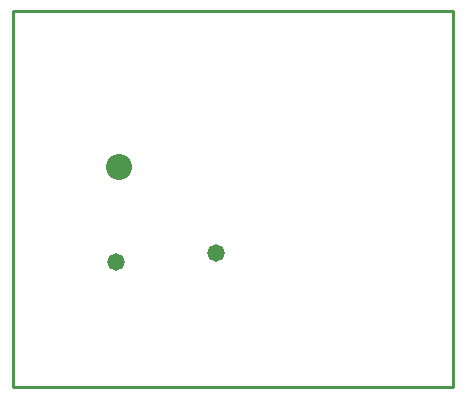
<source format=gbs>
G04*
G04 #@! TF.GenerationSoftware,Altium Limited,Altium Designer,23.6.0 (18)*
G04*
G04 Layer_Color=16711935*
%FSLAX43Y43*%
%MOMM*%
G71*
G04*
G04 #@! TF.SameCoordinates,0D2679BE-82C5-4F77-93CB-BF777400B08C*
G04*
G04*
G04 #@! TF.FilePolarity,Negative*
G04*
G01*
G75*
%ADD12C,0.254*%
%ADD18C,2.203*%
%ADD19C,1.473*%
D12*
X0Y0D02*
X37280D01*
X0Y31820D02*
X37280D01*
Y0D02*
Y31820D01*
X0Y0D02*
Y31820D01*
D18*
X9000Y18620D02*
D03*
D19*
X17215Y11317D02*
D03*
X8715Y10567D02*
D03*
M02*

</source>
